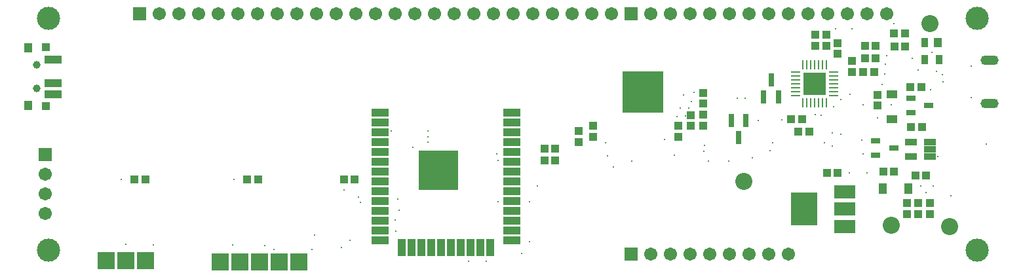
<source format=gts>
G04*
G04 #@! TF.GenerationSoftware,Altium Limited,Altium Designer,19.0.14 (431)*
G04*
G04 Layer_Color=8388736*
%FSLAX44Y44*%
%MOMM*%
G71*
G01*
G75*
%ADD22R,0.9000X1.3000*%
%ADD23R,1.1000X1.3000*%
%ADD25R,0.2032X1.2000*%
%ADD26R,1.2000X0.2032*%
%ADD40R,1.1172X1.4222*%
%ADD41R,2.2032X2.2032*%
%ADD42R,1.0032X1.1032*%
%ADD43R,1.1032X1.0032*%
%ADD44R,3.0000X3.0000*%
G04:AMPARAMS|DCode=45|XSize=2.2032mm|YSize=2.2032mm|CornerRadius=1.1016mm|HoleSize=0mm|Usage=FLASHONLY|Rotation=0.000|XOffset=0mm|YOffset=0mm|HoleType=Round|Shape=RoundedRectangle|*
%AMROUNDEDRECTD45*
21,1,2.2032,0.0000,0,0,0.0*
21,1,0.0000,2.2032,0,0,0.0*
1,1,2.2032,0.0000,0.0000*
1,1,2.2032,0.0000,0.0000*
1,1,2.2032,0.0000,0.0000*
1,1,2.2032,0.0000,0.0000*
%
%ADD45ROUNDEDRECTD45*%
%ADD46R,5.3032X5.3032*%
%ADD47R,1.2532X0.8032*%
%ADD48R,2.7032X1.7032*%
%ADD49R,3.4532X4.2032*%
%ADD50R,0.8032X1.8032*%
%ADD51R,1.4222X1.1172*%
%ADD52R,1.5032X0.9032*%
%ADD53R,2.2032X1.1032*%
%ADD54R,1.1032X2.2032*%
%ADD55R,5.2032X5.2032*%
%ADD56R,2.2032X1.0033*%
%ADD57R,1.0033X1.2032*%
%ADD58R,1.0033X1.1031*%
%ADD59C,0.2032*%
G04:AMPARAMS|DCode=60|XSize=2.3532mm|YSize=1.2532mm|CornerRadius=0.6266mm|HoleSize=0mm|Usage=FLASHONLY|Rotation=180.000|XOffset=0mm|YOffset=0mm|HoleType=Round|Shape=RoundedRectangle|*
%AMROUNDEDRECTD60*
21,1,2.3532,0.0000,0,0,180.0*
21,1,1.1000,1.2532,0,0,180.0*
1,1,1.2532,-0.5500,0.0000*
1,1,1.2532,0.5500,0.0000*
1,1,1.2532,0.5500,0.0000*
1,1,1.2532,-0.5500,0.0000*
%
%ADD60ROUNDEDRECTD60*%
%ADD61C,1.2032*%
%ADD62C,1.7032*%
%ADD63R,1.7032X1.7032*%
%ADD64R,1.7032X1.7032*%
%ADD65C,1.0033*%
%ADD66C,0.3000*%
%ADD67C,3.0000*%
G36*
X1120500Y1093250D02*
X1068250D01*
Y1145000D01*
X1068457Y1145500D01*
X1120500D01*
Y1093250D01*
D02*
G37*
D22*
X1477306Y1161694D02*
D03*
X1458306D02*
D03*
Y1183694D02*
D03*
D23*
X1475306D02*
D03*
D25*
X1331000Y1105741D02*
D03*
X1326000D02*
D03*
X1321000D02*
D03*
X1316000D02*
D03*
X1311000D02*
D03*
X1306000D02*
D03*
X1301000D02*
D03*
Y1154741D02*
D03*
X1306000D02*
D03*
X1311000D02*
D03*
X1316000D02*
D03*
X1321000D02*
D03*
X1326000D02*
D03*
X1331000D02*
D03*
D26*
X1291500Y1115241D02*
D03*
Y1120241D02*
D03*
Y1125241D02*
D03*
Y1130241D02*
D03*
Y1135241D02*
D03*
Y1140241D02*
D03*
Y1145241D02*
D03*
X1340500D02*
D03*
Y1140241D02*
D03*
Y1135241D02*
D03*
Y1130241D02*
D03*
Y1125241D02*
D03*
Y1120241D02*
D03*
Y1115241D02*
D03*
D40*
X1437383Y995000D02*
D03*
X1404617D02*
D03*
D41*
X598800Y900000D02*
D03*
X573400D02*
D03*
X548000D02*
D03*
X624200D02*
D03*
X649600D02*
D03*
X451400Y902000D02*
D03*
X426000D02*
D03*
X400600D02*
D03*
D42*
X1440000Y1126000D02*
D03*
X1454000D02*
D03*
X1395250Y1163501D02*
D03*
X1381250D02*
D03*
X1379000Y1145800D02*
D03*
X1393000D02*
D03*
X1395000Y1179501D02*
D03*
X1381000D02*
D03*
X981000Y1046800D02*
D03*
X967000D02*
D03*
X981000Y1030800D02*
D03*
X967000D02*
D03*
X1317000Y1194000D02*
D03*
X1331000D02*
D03*
X1317000Y1179000D02*
D03*
X1331000D02*
D03*
X1332000Y1015000D02*
D03*
X1346000D02*
D03*
X1419250Y1178750D02*
D03*
X1433250D02*
D03*
X1449750Y976250D02*
D03*
X1435750D02*
D03*
X1435750Y962000D02*
D03*
X1449750D02*
D03*
X1433000Y1195000D02*
D03*
X1419000D02*
D03*
X1285759Y1084117D02*
D03*
X1299759D02*
D03*
X1295000Y1068726D02*
D03*
X1309000D02*
D03*
X1446250Y1012000D02*
D03*
X1460250D02*
D03*
X451500Y1007000D02*
D03*
X437500D02*
D03*
X597000D02*
D03*
X583000D02*
D03*
X722000D02*
D03*
X708000D02*
D03*
X1418750Y1017000D02*
D03*
X1404750D02*
D03*
X1440750Y1074750D02*
D03*
X1454750D02*
D03*
D43*
X1346000Y1183000D02*
D03*
Y1169000D02*
D03*
X1364000Y1159800D02*
D03*
Y1145800D02*
D03*
X1155750Y1075750D02*
D03*
Y1089750D02*
D03*
X1464750Y975950D02*
D03*
Y961950D02*
D03*
X1172000Y1118500D02*
D03*
Y1104500D02*
D03*
X1140000Y1076000D02*
D03*
Y1062000D02*
D03*
X1397500Y1102000D02*
D03*
Y1116000D02*
D03*
X1172000Y1090000D02*
D03*
Y1076000D02*
D03*
X1011000Y1069000D02*
D03*
Y1055000D02*
D03*
X1030000Y1076000D02*
D03*
Y1062000D02*
D03*
D44*
X1316000Y1130241D02*
D03*
D45*
X1490250Y945500D02*
D03*
X1464750Y1208000D02*
D03*
X1415250Y947750D02*
D03*
X1225000Y1004000D02*
D03*
D46*
X1094000Y1120000D02*
D03*
D47*
X1395250Y1056750D02*
D03*
Y1037750D02*
D03*
X1418250Y1047250D02*
D03*
X1463750Y1102250D02*
D03*
X1440750Y1092750D02*
D03*
Y1111750D02*
D03*
D48*
X1355250Y945750D02*
D03*
Y968250D02*
D03*
Y990750D02*
D03*
D49*
X1302750Y968250D02*
D03*
D50*
X1260000Y1135499D02*
D03*
X1269500Y1113499D02*
D03*
X1250500D02*
D03*
X1218000Y1061000D02*
D03*
X1208500Y1083000D02*
D03*
X1227500D02*
D03*
D51*
X1416250Y1084117D02*
D03*
Y1116883D02*
D03*
D52*
X1441000Y1036000D02*
D03*
Y1055000D02*
D03*
X1465000D02*
D03*
Y1045500D02*
D03*
Y1036000D02*
D03*
D53*
X924750Y1093350D02*
D03*
Y1080650D02*
D03*
Y1067950D02*
D03*
Y1055250D02*
D03*
Y1042550D02*
D03*
Y1029850D02*
D03*
Y1017150D02*
D03*
Y1004450D02*
D03*
Y991750D02*
D03*
Y979050D02*
D03*
Y966350D02*
D03*
Y953650D02*
D03*
Y940950D02*
D03*
Y928250D02*
D03*
X754750D02*
D03*
Y940950D02*
D03*
Y953650D02*
D03*
Y966350D02*
D03*
Y979050D02*
D03*
Y991750D02*
D03*
Y1004450D02*
D03*
Y1017150D02*
D03*
Y1029850D02*
D03*
Y1042550D02*
D03*
Y1055250D02*
D03*
Y1067950D02*
D03*
Y1080650D02*
D03*
Y1093350D02*
D03*
D54*
X896900Y918250D02*
D03*
X884200D02*
D03*
X871500D02*
D03*
X858800D02*
D03*
X846100D02*
D03*
X833400D02*
D03*
X820700D02*
D03*
X808000D02*
D03*
X795300D02*
D03*
X782600D02*
D03*
D55*
X829750Y1018350D02*
D03*
D56*
X332501Y1116269D02*
D03*
Y1161270D02*
D03*
Y1131270D02*
D03*
D57*
X300250Y1101999D02*
D03*
Y1177001D02*
D03*
D58*
X322750Y1101499D02*
D03*
Y1177501D02*
D03*
D59*
X1518420Y1152800D02*
D03*
Y1112800D02*
D03*
D60*
X1542520Y1161100D02*
D03*
X1542620Y1104500D02*
D03*
D61*
X1079650D02*
D03*
X1089650D02*
D03*
X1099650D02*
D03*
X1109650D02*
D03*
Y1114500D02*
D03*
X1099650D02*
D03*
X1089650D02*
D03*
X1079650D02*
D03*
Y1124500D02*
D03*
X1089650D02*
D03*
X1099650D02*
D03*
X1109650D02*
D03*
Y1134500D02*
D03*
X1099650D02*
D03*
X1089650D02*
D03*
X1079650D02*
D03*
D62*
X1409300Y1220470D02*
D03*
X1383900D02*
D03*
X1358500D02*
D03*
X1333100D02*
D03*
X1307700D02*
D03*
X1282300D02*
D03*
X1256900D02*
D03*
X1231500D02*
D03*
X1206100D02*
D03*
X1180700D02*
D03*
X1155300D02*
D03*
X1129900D02*
D03*
X1104500D02*
D03*
X1104400Y910220D02*
D03*
X1282200D02*
D03*
X1256800D02*
D03*
X1231400D02*
D03*
X1206000D02*
D03*
X1180600D02*
D03*
X1155200D02*
D03*
X1129800D02*
D03*
X322000Y1013400D02*
D03*
Y988000D02*
D03*
Y962600D02*
D03*
X876300Y1220470D02*
D03*
X850900D02*
D03*
X825500D02*
D03*
X723900D02*
D03*
X749300D02*
D03*
X774700D02*
D03*
X800100D02*
D03*
X901700D02*
D03*
X469900D02*
D03*
X495300D02*
D03*
X520700D02*
D03*
X546100D02*
D03*
X571500D02*
D03*
X596900D02*
D03*
X622300D02*
D03*
X647700D02*
D03*
X673100D02*
D03*
X698500D02*
D03*
X927100D02*
D03*
X952500D02*
D03*
X977900D02*
D03*
X1003300D02*
D03*
X1028700D02*
D03*
X1054100D02*
D03*
D63*
X1079100Y1220470D02*
D03*
X1079000Y910220D02*
D03*
X444500Y1220470D02*
D03*
D64*
X322000Y1038800D02*
D03*
D65*
X311500Y1124499D02*
D03*
Y1154501D02*
D03*
D66*
X1339000Y1067000D02*
D03*
X1341000Y1100800D02*
D03*
X1379000Y1103000D02*
D03*
X1397499Y1086000D02*
D03*
X1415000Y1103000D02*
D03*
X1383900Y1015000D02*
D03*
X1361000D02*
D03*
X1343000Y1201000D02*
D03*
X1364000D02*
D03*
X1409300Y1167000D02*
D03*
X1460250Y990000D02*
D03*
X1469000Y998375D02*
D03*
X1453127D02*
D03*
X1362000Y1117000D02*
D03*
X618000Y916000D02*
D03*
X667000D02*
D03*
X705000Y918250D02*
D03*
X716000Y928250D02*
D03*
X670000Y935000D02*
D03*
X564000Y922000D02*
D03*
X606000Y921000D02*
D03*
X795300Y918250D02*
D03*
X948000Y926000D02*
D03*
X938000Y911000D02*
D03*
X892000Y901000D02*
D03*
X869000D02*
D03*
X907000Y1031000D02*
D03*
X905172Y1040000D02*
D03*
X728998Y976998D02*
D03*
X462000Y922000D02*
D03*
X727000Y984000D02*
D03*
X426000Y923000D02*
D03*
X1056000Y1023000D02*
D03*
X1049000Y1037000D02*
D03*
X1046000Y1054000D02*
D03*
X1080000Y1030000D02*
D03*
X1474000Y1146000D02*
D03*
X1450000Y1148000D02*
D03*
X1408000Y1156000D02*
D03*
X1407000Y1143000D02*
D03*
X1467997Y1171000D02*
D03*
X1481000Y1142000D02*
D03*
X1482076Y1132788D02*
D03*
X1467997Y1207998D02*
D03*
X1157250Y1107000D02*
D03*
X1149000Y1089000D02*
D03*
X1138000Y1088000D02*
D03*
X1122250Y1058000D02*
D03*
X1135000Y1037750D02*
D03*
X1205000Y1030000D02*
D03*
X1178600Y1029900D02*
D03*
X1350000Y1065000D02*
D03*
Y1110000D02*
D03*
X1377000Y1057000D02*
D03*
X1329000Y1054000D02*
D03*
X1262000D02*
D03*
X1259000Y1044000D02*
D03*
X1236000Y1034750D02*
D03*
X1226000Y1111499D02*
D03*
X1378611Y1040000D02*
D03*
X1339000Y1049500D02*
D03*
X1216000Y1111499D02*
D03*
X769000Y1069000D02*
D03*
X816998Y1068998D02*
D03*
Y1054998D02*
D03*
X817000Y1062000D02*
D03*
X797000Y1048000D02*
D03*
X958000Y998000D02*
D03*
X1325000Y1089750D02*
D03*
X1172998Y1042998D02*
D03*
X1317000Y1090000D02*
D03*
X1174000Y1050250D02*
D03*
X1403000Y1129000D02*
D03*
X1419000Y1208000D02*
D03*
X1442500Y1163000D02*
D03*
X1538000Y1052000D02*
D03*
X1475000Y1036000D02*
D03*
X1492000Y985625D02*
D03*
X1466000Y1123000D02*
D03*
X948000Y978000D02*
D03*
X907400D02*
D03*
X420000Y1007000D02*
D03*
X566000D02*
D03*
X708000Y993000D02*
D03*
X777750Y981000D02*
D03*
X779000Y967000D02*
D03*
X774700Y954000D02*
D03*
X775000Y940000D02*
D03*
X1243000Y1083000D02*
D03*
X1274000Y1084000D02*
D03*
X1160000Y1119000D02*
D03*
X1146998Y1115998D02*
D03*
X1154000Y1099000D02*
D03*
X1143000Y1099000D02*
D03*
D67*
X326500Y1215220D02*
D03*
X1526500D02*
D03*
Y915220D02*
D03*
X326500D02*
D03*
M02*

</source>
